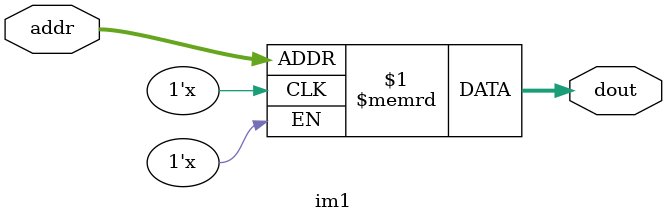
<source format=v>

module im1(input  [11:2]  addr,
            output [31:0] dout );

  reg  [31:0] ROM[1023:0];


  assign dout = ROM[addr]; // word aligned
endmodule  

</source>
